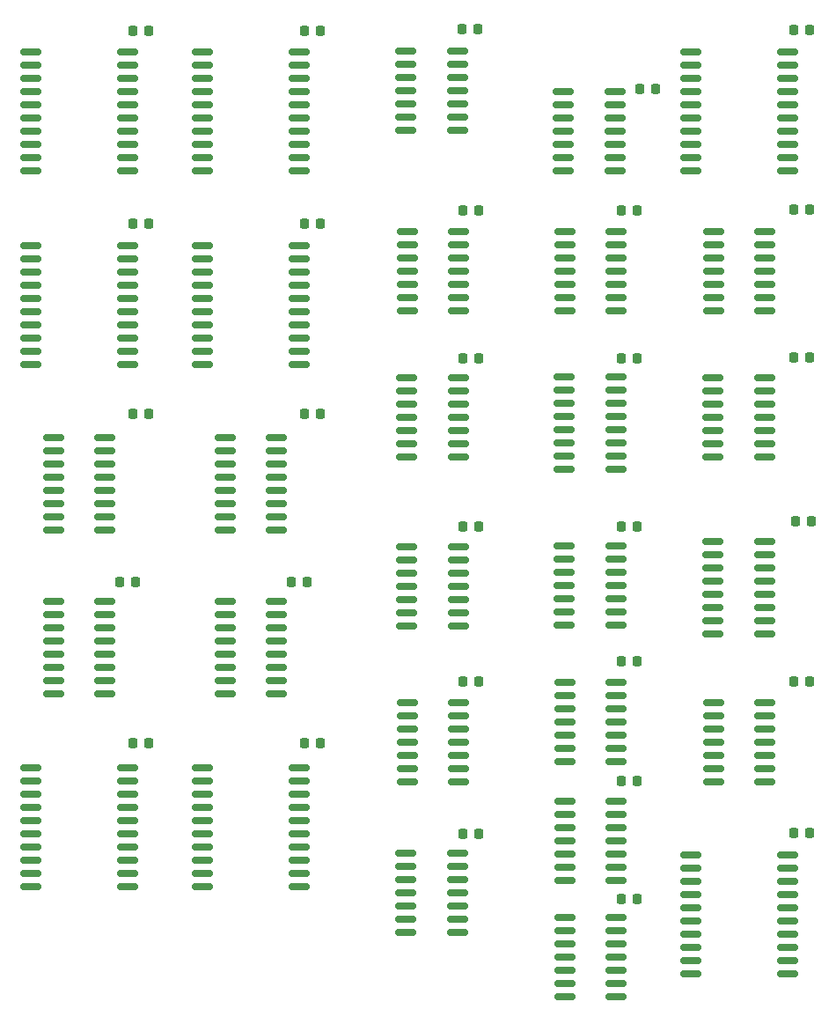
<source format=gbr>
G04 #@! TF.GenerationSoftware,KiCad,Pcbnew,(6.0.5)*
G04 #@! TF.CreationDate,2022-08-31T18:03:14+02:00*
G04 #@! TF.ProjectId,B2,42322e6b-6963-4616-945f-706362585858,rev?*
G04 #@! TF.SameCoordinates,Original*
G04 #@! TF.FileFunction,Paste,Top*
G04 #@! TF.FilePolarity,Positive*
%FSLAX46Y46*%
G04 Gerber Fmt 4.6, Leading zero omitted, Abs format (unit mm)*
G04 Created by KiCad (PCBNEW (6.0.5)) date 2022-08-31 18:03:14*
%MOMM*%
%LPD*%
G01*
G04 APERTURE LIST*
G04 Aperture macros list*
%AMRoundRect*
0 Rectangle with rounded corners*
0 $1 Rounding radius*
0 $2 $3 $4 $5 $6 $7 $8 $9 X,Y pos of 4 corners*
0 Add a 4 corners polygon primitive as box body*
4,1,4,$2,$3,$4,$5,$6,$7,$8,$9,$2,$3,0*
0 Add four circle primitives for the rounded corners*
1,1,$1+$1,$2,$3*
1,1,$1+$1,$4,$5*
1,1,$1+$1,$6,$7*
1,1,$1+$1,$8,$9*
0 Add four rect primitives between the rounded corners*
20,1,$1+$1,$2,$3,$4,$5,0*
20,1,$1+$1,$4,$5,$6,$7,0*
20,1,$1+$1,$6,$7,$8,$9,0*
20,1,$1+$1,$8,$9,$2,$3,0*%
G04 Aperture macros list end*
%ADD10RoundRect,0.225000X-0.225000X-0.250000X0.225000X-0.250000X0.225000X0.250000X-0.225000X0.250000X0*%
%ADD11RoundRect,0.150000X-0.825000X-0.150000X0.825000X-0.150000X0.825000X0.150000X-0.825000X0.150000X0*%
%ADD12RoundRect,0.150000X-0.875000X-0.150000X0.875000X-0.150000X0.875000X0.150000X-0.875000X0.150000X0*%
G04 APERTURE END LIST*
D10*
X150837600Y-79349600D03*
X152387600Y-79349600D03*
X135623000Y-66421000D03*
X137173000Y-66421000D03*
X182689200Y-124968000D03*
X184239200Y-124968000D03*
D11*
X160651420Y-81150600D03*
X160651420Y-82420600D03*
X160651420Y-83690600D03*
X160651420Y-84960600D03*
X160651420Y-86230600D03*
X160651420Y-87500600D03*
X160651420Y-88770600D03*
X160651420Y-90040600D03*
X165601420Y-90040600D03*
X165601420Y-88770600D03*
X165601420Y-87500600D03*
X165601420Y-86230600D03*
X165601420Y-84960600D03*
X165601420Y-83690600D03*
X165601420Y-82420600D03*
X165601420Y-81150600D03*
D10*
X166128400Y-108458000D03*
X167678400Y-108458000D03*
X135648400Y-47828200D03*
X137198400Y-47828200D03*
D11*
X111511411Y-87009200D03*
X111511411Y-88279200D03*
X111511411Y-89549200D03*
X111511411Y-90819200D03*
X111511411Y-92089200D03*
X111511411Y-93359200D03*
X111511411Y-94629200D03*
X111511411Y-95899200D03*
X116461411Y-95899200D03*
X116461411Y-94629200D03*
X116461411Y-93359200D03*
X116461411Y-92089200D03*
X116461411Y-90819200D03*
X116461411Y-89549200D03*
X116461411Y-88279200D03*
X116461411Y-87009200D03*
D10*
X166128400Y-119989600D03*
X167678400Y-119989600D03*
X135648400Y-84709000D03*
X137198400Y-84709000D03*
D12*
X125846411Y-68536700D03*
X125846411Y-69806700D03*
X125846411Y-71076700D03*
X125846411Y-72346700D03*
X125846411Y-73616700D03*
X125846411Y-74886700D03*
X125846411Y-76156700D03*
X125846411Y-77426700D03*
X125846411Y-78696700D03*
X125846411Y-79966700D03*
X135146411Y-79966700D03*
X135146411Y-78696700D03*
X135146411Y-77426700D03*
X135146411Y-76156700D03*
X135146411Y-74886700D03*
X135146411Y-73616700D03*
X135146411Y-72346700D03*
X135146411Y-71076700D03*
X135146411Y-69806700D03*
X135146411Y-68536700D03*
D10*
X119113000Y-47828200D03*
X120663000Y-47828200D03*
D11*
X175011411Y-112473074D03*
X175011411Y-113743074D03*
X175011411Y-115013074D03*
X175011411Y-116283074D03*
X175011411Y-117553074D03*
X175011411Y-118823074D03*
X175011411Y-120093074D03*
X179961411Y-120093074D03*
X179961411Y-118823074D03*
X179961411Y-117553074D03*
X179961411Y-116283074D03*
X179961411Y-115013074D03*
X179961411Y-113743074D03*
X179961411Y-112473074D03*
D12*
X172785611Y-49911000D03*
X172785611Y-51181000D03*
X172785611Y-52451000D03*
X172785611Y-53721000D03*
X172785611Y-54991000D03*
X172785611Y-56261000D03*
X172785611Y-57531000D03*
X172785611Y-58801000D03*
X172785611Y-60071000D03*
X172785611Y-61341000D03*
X182085611Y-61341000D03*
X182085611Y-60071000D03*
X182085611Y-58801000D03*
X182085611Y-57531000D03*
X182085611Y-56261000D03*
X182085611Y-54991000D03*
X182085611Y-53721000D03*
X182085611Y-52451000D03*
X182085611Y-51181000D03*
X182085611Y-49911000D03*
D10*
X182689200Y-110388400D03*
X184239200Y-110388400D03*
X119087600Y-116382800D03*
X120637600Y-116382800D03*
X150837600Y-125044200D03*
X152387600Y-125044200D03*
X135623000Y-116382800D03*
X137173000Y-116382800D03*
X119087600Y-66421000D03*
X120637600Y-66421000D03*
D11*
X128021411Y-87009200D03*
X128021411Y-88279200D03*
X128021411Y-89549200D03*
X128021411Y-90819200D03*
X128021411Y-92089200D03*
X128021411Y-93359200D03*
X128021411Y-94629200D03*
X128021411Y-95899200D03*
X132971411Y-95899200D03*
X132971411Y-94629200D03*
X132971411Y-93359200D03*
X132971411Y-92089200D03*
X132971411Y-90819200D03*
X132971411Y-89549200D03*
X132971411Y-88279200D03*
X132971411Y-87009200D03*
D10*
X182689200Y-79273400D03*
X184239200Y-79273400D03*
D12*
X125846411Y-118694200D03*
X125846411Y-119964200D03*
X125846411Y-121234200D03*
X125846411Y-122504200D03*
X125846411Y-123774200D03*
X125846411Y-125044200D03*
X125846411Y-126314200D03*
X125846411Y-127584200D03*
X125846411Y-128854200D03*
X125846411Y-130124200D03*
X135146411Y-130124200D03*
X135146411Y-128854200D03*
X135146411Y-127584200D03*
X135146411Y-126314200D03*
X135146411Y-125044200D03*
X135146411Y-123774200D03*
X135146411Y-122504200D03*
X135146411Y-121234200D03*
X135146411Y-119964200D03*
X135146411Y-118694200D03*
D11*
X160567600Y-53721000D03*
X160567600Y-54991000D03*
X160567600Y-56261000D03*
X160567600Y-57531000D03*
X160567600Y-58801000D03*
X160567600Y-60071000D03*
X160567600Y-61341000D03*
X165517600Y-61341000D03*
X165517600Y-60071000D03*
X165517600Y-58801000D03*
X165517600Y-57531000D03*
X165517600Y-56261000D03*
X165517600Y-54991000D03*
X165517600Y-53721000D03*
D10*
X134327600Y-100838000D03*
X135877600Y-100838000D03*
X167881000Y-53416200D03*
X169431000Y-53416200D03*
D11*
X175011411Y-67178179D03*
X175011411Y-68448179D03*
X175011411Y-69718179D03*
X175011411Y-70988179D03*
X175011411Y-72258179D03*
X175011411Y-73528179D03*
X175011411Y-74798179D03*
X179961411Y-74798179D03*
X179961411Y-73528179D03*
X179961411Y-72258179D03*
X179961411Y-70988179D03*
X179961411Y-69718179D03*
X179961411Y-68448179D03*
X179961411Y-67178179D03*
X160702220Y-110490000D03*
X160702220Y-111760000D03*
X160702220Y-113030000D03*
X160702220Y-114300000D03*
X160702220Y-115570000D03*
X160702220Y-116840000D03*
X160702220Y-118110000D03*
X165652220Y-118110000D03*
X165652220Y-116840000D03*
X165652220Y-115570000D03*
X165652220Y-114300000D03*
X165652220Y-113030000D03*
X165652220Y-111760000D03*
X165652220Y-110490000D03*
X145469581Y-81254600D03*
X145469581Y-82524600D03*
X145469581Y-83794600D03*
X145469581Y-85064600D03*
X145469581Y-86334600D03*
X145469581Y-87604600D03*
X145469581Y-88874600D03*
X150419581Y-88874600D03*
X150419581Y-87604600D03*
X150419581Y-86334600D03*
X150419581Y-85064600D03*
X150419581Y-83794600D03*
X150419581Y-82524600D03*
X150419581Y-81254600D03*
D10*
X150850600Y-95504000D03*
X152400600Y-95504000D03*
D11*
X160702220Y-67178179D03*
X160702220Y-68448179D03*
X160702220Y-69718179D03*
X160702220Y-70988179D03*
X160702220Y-72258179D03*
X160702220Y-73528179D03*
X160702220Y-74798179D03*
X165652220Y-74798179D03*
X165652220Y-73528179D03*
X165652220Y-72258179D03*
X165652220Y-70988179D03*
X165652220Y-69718179D03*
X165652220Y-68448179D03*
X165652220Y-67178179D03*
D10*
X182867000Y-94996000D03*
X184417000Y-94996000D03*
X150805000Y-47700000D03*
X152355000Y-47700000D03*
D11*
X160702220Y-133096000D03*
X160702220Y-134366000D03*
X160702220Y-135636000D03*
X160702220Y-136906000D03*
X160702220Y-138176000D03*
X160702220Y-139446000D03*
X160702220Y-140716000D03*
X165652220Y-140716000D03*
X165652220Y-139446000D03*
X165652220Y-138176000D03*
X165652220Y-136906000D03*
X165652220Y-135636000D03*
X165652220Y-134366000D03*
X165652220Y-133096000D03*
D10*
X166128400Y-131318000D03*
X167678400Y-131318000D03*
D11*
X145411161Y-49846000D03*
X145411161Y-51116000D03*
X145411161Y-52386000D03*
X145411161Y-53656000D03*
X145411161Y-54926000D03*
X145411161Y-56196000D03*
X145411161Y-57466000D03*
X150361161Y-57466000D03*
X150361161Y-56196000D03*
X150361161Y-54926000D03*
X150361161Y-53656000D03*
X150361161Y-52386000D03*
X150361161Y-51116000D03*
X150361161Y-49846000D03*
X174960611Y-81254600D03*
X174960611Y-82524600D03*
X174960611Y-83794600D03*
X174960611Y-85064600D03*
X174960611Y-86334600D03*
X174960611Y-87604600D03*
X174960611Y-88874600D03*
X179910611Y-88874600D03*
X179910611Y-87604600D03*
X179910611Y-86334600D03*
X179910611Y-85064600D03*
X179910611Y-83794600D03*
X179910611Y-82524600D03*
X179910611Y-81254600D03*
D12*
X172785611Y-127076200D03*
X172785611Y-128346200D03*
X172785611Y-129616200D03*
X172785611Y-130886200D03*
X172785611Y-132156200D03*
X172785611Y-133426200D03*
X172785611Y-134696200D03*
X172785611Y-135966200D03*
X172785611Y-137236200D03*
X172785611Y-138506200D03*
X182085611Y-138506200D03*
X182085611Y-137236200D03*
X182085611Y-135966200D03*
X182085611Y-134696200D03*
X182085611Y-133426200D03*
X182085611Y-132156200D03*
X182085611Y-130886200D03*
X182085611Y-129616200D03*
X182085611Y-128346200D03*
X182085611Y-127076200D03*
X109336411Y-118694200D03*
X109336411Y-119964200D03*
X109336411Y-121234200D03*
X109336411Y-122504200D03*
X109336411Y-123774200D03*
X109336411Y-125044200D03*
X109336411Y-126314200D03*
X109336411Y-127584200D03*
X109336411Y-128854200D03*
X109336411Y-130124200D03*
X118636411Y-130124200D03*
X118636411Y-128854200D03*
X118636411Y-127584200D03*
X118636411Y-126314200D03*
X118636411Y-125044200D03*
X118636411Y-123774200D03*
X118636411Y-122504200D03*
X118636411Y-121234200D03*
X118636411Y-119964200D03*
X118636411Y-118694200D03*
D10*
X117817600Y-100863400D03*
X119367600Y-100863400D03*
D11*
X160651420Y-97345400D03*
X160651420Y-98615400D03*
X160651420Y-99885400D03*
X160651420Y-101155400D03*
X160651420Y-102425400D03*
X160651420Y-103695400D03*
X160651420Y-104965400D03*
X165601420Y-104965400D03*
X165601420Y-103695400D03*
X165601420Y-102425400D03*
X165601420Y-101155400D03*
X165601420Y-99885400D03*
X165601420Y-98615400D03*
X165601420Y-97345400D03*
X174945000Y-96985000D03*
X174945000Y-98255000D03*
X174945000Y-99525000D03*
X174945000Y-100795000D03*
X174945000Y-102065000D03*
X174945000Y-103335000D03*
X174945000Y-104605000D03*
X174945000Y-105875000D03*
X179895000Y-105875000D03*
X179895000Y-104605000D03*
X179895000Y-103335000D03*
X179895000Y-102065000D03*
X179895000Y-100795000D03*
X179895000Y-99525000D03*
X179895000Y-98255000D03*
X179895000Y-96985000D03*
X145469581Y-97434400D03*
X145469581Y-98704400D03*
X145469581Y-99974400D03*
X145469581Y-101244400D03*
X145469581Y-102514400D03*
X145469581Y-103784400D03*
X145469581Y-105054400D03*
X150419581Y-105054400D03*
X150419581Y-103784400D03*
X150419581Y-102514400D03*
X150419581Y-101244400D03*
X150419581Y-99974400D03*
X150419581Y-98704400D03*
X150419581Y-97434400D03*
X111511411Y-102761700D03*
X111511411Y-104031700D03*
X111511411Y-105301700D03*
X111511411Y-106571700D03*
X111511411Y-107841700D03*
X111511411Y-109111700D03*
X111511411Y-110381700D03*
X111511411Y-111651700D03*
X116461411Y-111651700D03*
X116461411Y-110381700D03*
X116461411Y-109111700D03*
X116461411Y-107841700D03*
X116461411Y-106571700D03*
X116461411Y-105301700D03*
X116461411Y-104031700D03*
X116461411Y-102761700D03*
D10*
X166128400Y-79349600D03*
X167678400Y-79349600D03*
D11*
X145520381Y-112473074D03*
X145520381Y-113743074D03*
X145520381Y-115013074D03*
X145520381Y-116283074D03*
X145520381Y-117553074D03*
X145520381Y-118823074D03*
X145520381Y-120093074D03*
X150470381Y-120093074D03*
X150470381Y-118823074D03*
X150470381Y-117553074D03*
X150470381Y-116283074D03*
X150470381Y-115013074D03*
X150470381Y-113743074D03*
X150470381Y-112473074D03*
D12*
X125795611Y-49860200D03*
X125795611Y-51130200D03*
X125795611Y-52400200D03*
X125795611Y-53670200D03*
X125795611Y-54940200D03*
X125795611Y-56210200D03*
X125795611Y-57480200D03*
X125795611Y-58750200D03*
X125795611Y-60020200D03*
X125795611Y-61290200D03*
X135095611Y-61290200D03*
X135095611Y-60020200D03*
X135095611Y-58750200D03*
X135095611Y-57480200D03*
X135095611Y-56210200D03*
X135095611Y-54940200D03*
X135095611Y-53670200D03*
X135095611Y-52400200D03*
X135095611Y-51130200D03*
X135095611Y-49860200D03*
D11*
X160702220Y-121909074D03*
X160702220Y-123179074D03*
X160702220Y-124449074D03*
X160702220Y-125719074D03*
X160702220Y-126989074D03*
X160702220Y-128259074D03*
X160702220Y-129529074D03*
X165652220Y-129529074D03*
X165652220Y-128259074D03*
X165652220Y-126989074D03*
X165652220Y-125719074D03*
X165652220Y-124449074D03*
X165652220Y-123179074D03*
X165652220Y-121909074D03*
X145411161Y-126911200D03*
X145411161Y-128181200D03*
X145411161Y-129451200D03*
X145411161Y-130721200D03*
X145411161Y-131991200D03*
X145411161Y-133261200D03*
X145411161Y-134531200D03*
X150361161Y-134531200D03*
X150361161Y-133261200D03*
X150361161Y-131991200D03*
X150361161Y-130721200D03*
X150361161Y-129451200D03*
X150361161Y-128181200D03*
X150361161Y-126911200D03*
D10*
X119113000Y-84709000D03*
X120663000Y-84709000D03*
X182689200Y-65049400D03*
X184239200Y-65049400D03*
X182689200Y-47752000D03*
X184239200Y-47752000D03*
X166128400Y-65125600D03*
X167678400Y-65125600D03*
D12*
X109336411Y-68536700D03*
X109336411Y-69806700D03*
X109336411Y-71076700D03*
X109336411Y-72346700D03*
X109336411Y-73616700D03*
X109336411Y-74886700D03*
X109336411Y-76156700D03*
X109336411Y-77426700D03*
X109336411Y-78696700D03*
X109336411Y-79966700D03*
X118636411Y-79966700D03*
X118636411Y-78696700D03*
X118636411Y-77426700D03*
X118636411Y-76156700D03*
X118636411Y-74886700D03*
X118636411Y-73616700D03*
X118636411Y-72346700D03*
X118636411Y-71076700D03*
X118636411Y-69806700D03*
X118636411Y-68536700D03*
D11*
X145520381Y-67178179D03*
X145520381Y-68448179D03*
X145520381Y-69718179D03*
X145520381Y-70988179D03*
X145520381Y-72258179D03*
X145520381Y-73528179D03*
X145520381Y-74798179D03*
X150470381Y-74798179D03*
X150470381Y-73528179D03*
X150470381Y-72258179D03*
X150470381Y-70988179D03*
X150470381Y-69718179D03*
X150470381Y-68448179D03*
X150470381Y-67178179D03*
X128021411Y-102761700D03*
X128021411Y-104031700D03*
X128021411Y-105301700D03*
X128021411Y-106571700D03*
X128021411Y-107841700D03*
X128021411Y-109111700D03*
X128021411Y-110381700D03*
X128021411Y-111651700D03*
X132971411Y-111651700D03*
X132971411Y-110381700D03*
X132971411Y-109111700D03*
X132971411Y-107841700D03*
X132971411Y-106571700D03*
X132971411Y-105301700D03*
X132971411Y-104031700D03*
X132971411Y-102761700D03*
D10*
X150850600Y-65125600D03*
X152400600Y-65125600D03*
X166128400Y-95504000D03*
X167678400Y-95504000D03*
X150850600Y-110464600D03*
X152400600Y-110464600D03*
D12*
X109285611Y-49860200D03*
X109285611Y-51130200D03*
X109285611Y-52400200D03*
X109285611Y-53670200D03*
X109285611Y-54940200D03*
X109285611Y-56210200D03*
X109285611Y-57480200D03*
X109285611Y-58750200D03*
X109285611Y-60020200D03*
X109285611Y-61290200D03*
X118585611Y-61290200D03*
X118585611Y-60020200D03*
X118585611Y-58750200D03*
X118585611Y-57480200D03*
X118585611Y-56210200D03*
X118585611Y-54940200D03*
X118585611Y-53670200D03*
X118585611Y-52400200D03*
X118585611Y-51130200D03*
X118585611Y-49860200D03*
M02*

</source>
